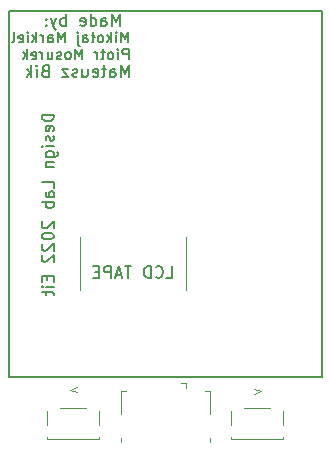
<source format=gbr>
%TF.GenerationSoftware,KiCad,Pcbnew,(6.0.9)*%
%TF.CreationDate,2023-01-20T21:16:28+01:00*%
%TF.ProjectId,AGH-CLK-01,4147482d-434c-44b2-9d30-312e6b696361,rev?*%
%TF.SameCoordinates,Original*%
%TF.FileFunction,Legend,Bot*%
%TF.FilePolarity,Positive*%
%FSLAX46Y46*%
G04 Gerber Fmt 4.6, Leading zero omitted, Abs format (unit mm)*
G04 Created by KiCad (PCBNEW (6.0.9)) date 2023-01-20 21:16:28*
%MOMM*%
%LPD*%
G01*
G04 APERTURE LIST*
%ADD10C,0.150000*%
%ADD11C,0.125000*%
%ADD12C,0.120000*%
G04 APERTURE END LIST*
D10*
X191140000Y-49199000D02*
X217640000Y-49199000D01*
X217640000Y-49199000D02*
X217640000Y-80199000D01*
X217640000Y-80199000D02*
X191140000Y-80199000D01*
X191140000Y-80199000D02*
X191140000Y-49199000D01*
D11*
X211904285Y-81138285D02*
X212475714Y-81352571D01*
X211904285Y-81566857D01*
D10*
X194942380Y-57946619D02*
X193942380Y-57946619D01*
X193942380Y-58184714D01*
X193990000Y-58327571D01*
X194085238Y-58422809D01*
X194180476Y-58470428D01*
X194370952Y-58518047D01*
X194513809Y-58518047D01*
X194704285Y-58470428D01*
X194799523Y-58422809D01*
X194894761Y-58327571D01*
X194942380Y-58184714D01*
X194942380Y-57946619D01*
X194894761Y-59327571D02*
X194942380Y-59232333D01*
X194942380Y-59041857D01*
X194894761Y-58946619D01*
X194799523Y-58899000D01*
X194418571Y-58899000D01*
X194323333Y-58946619D01*
X194275714Y-59041857D01*
X194275714Y-59232333D01*
X194323333Y-59327571D01*
X194418571Y-59375190D01*
X194513809Y-59375190D01*
X194609047Y-58899000D01*
X194894761Y-59756142D02*
X194942380Y-59851380D01*
X194942380Y-60041857D01*
X194894761Y-60137095D01*
X194799523Y-60184714D01*
X194751904Y-60184714D01*
X194656666Y-60137095D01*
X194609047Y-60041857D01*
X194609047Y-59899000D01*
X194561428Y-59803761D01*
X194466190Y-59756142D01*
X194418571Y-59756142D01*
X194323333Y-59803761D01*
X194275714Y-59899000D01*
X194275714Y-60041857D01*
X194323333Y-60137095D01*
X194942380Y-60613285D02*
X194275714Y-60613285D01*
X193942380Y-60613285D02*
X193990000Y-60565666D01*
X194037619Y-60613285D01*
X193990000Y-60660904D01*
X193942380Y-60613285D01*
X194037619Y-60613285D01*
X194275714Y-61518047D02*
X195085238Y-61518047D01*
X195180476Y-61470428D01*
X195228095Y-61422809D01*
X195275714Y-61327571D01*
X195275714Y-61184714D01*
X195228095Y-61089476D01*
X194894761Y-61518047D02*
X194942380Y-61422809D01*
X194942380Y-61232333D01*
X194894761Y-61137095D01*
X194847142Y-61089476D01*
X194751904Y-61041857D01*
X194466190Y-61041857D01*
X194370952Y-61089476D01*
X194323333Y-61137095D01*
X194275714Y-61232333D01*
X194275714Y-61422809D01*
X194323333Y-61518047D01*
X194275714Y-61994238D02*
X194942380Y-61994238D01*
X194370952Y-61994238D02*
X194323333Y-62041857D01*
X194275714Y-62137095D01*
X194275714Y-62279952D01*
X194323333Y-62375190D01*
X194418571Y-62422809D01*
X194942380Y-62422809D01*
X194942380Y-64137095D02*
X194942380Y-63660904D01*
X193942380Y-63660904D01*
X194942380Y-64899000D02*
X194418571Y-64899000D01*
X194323333Y-64851380D01*
X194275714Y-64756142D01*
X194275714Y-64565666D01*
X194323333Y-64470428D01*
X194894761Y-64899000D02*
X194942380Y-64803761D01*
X194942380Y-64565666D01*
X194894761Y-64470428D01*
X194799523Y-64422809D01*
X194704285Y-64422809D01*
X194609047Y-64470428D01*
X194561428Y-64565666D01*
X194561428Y-64803761D01*
X194513809Y-64899000D01*
X194942380Y-65375190D02*
X193942380Y-65375190D01*
X194323333Y-65375190D02*
X194275714Y-65470428D01*
X194275714Y-65660904D01*
X194323333Y-65756142D01*
X194370952Y-65803761D01*
X194466190Y-65851380D01*
X194751904Y-65851380D01*
X194847142Y-65803761D01*
X194894761Y-65756142D01*
X194942380Y-65660904D01*
X194942380Y-65470428D01*
X194894761Y-65375190D01*
X194037619Y-66994238D02*
X193990000Y-67041857D01*
X193942380Y-67137095D01*
X193942380Y-67375190D01*
X193990000Y-67470428D01*
X194037619Y-67518047D01*
X194132857Y-67565666D01*
X194228095Y-67565666D01*
X194370952Y-67518047D01*
X194942380Y-66946619D01*
X194942380Y-67565666D01*
X193942380Y-68184714D02*
X193942380Y-68279952D01*
X193990000Y-68375190D01*
X194037619Y-68422809D01*
X194132857Y-68470428D01*
X194323333Y-68518047D01*
X194561428Y-68518047D01*
X194751904Y-68470428D01*
X194847142Y-68422809D01*
X194894761Y-68375190D01*
X194942380Y-68279952D01*
X194942380Y-68184714D01*
X194894761Y-68089476D01*
X194847142Y-68041857D01*
X194751904Y-67994238D01*
X194561428Y-67946619D01*
X194323333Y-67946619D01*
X194132857Y-67994238D01*
X194037619Y-68041857D01*
X193990000Y-68089476D01*
X193942380Y-68184714D01*
X194037619Y-68899000D02*
X193990000Y-68946619D01*
X193942380Y-69041857D01*
X193942380Y-69279952D01*
X193990000Y-69375190D01*
X194037619Y-69422809D01*
X194132857Y-69470428D01*
X194228095Y-69470428D01*
X194370952Y-69422809D01*
X194942380Y-68851380D01*
X194942380Y-69470428D01*
X194037619Y-69851380D02*
X193990000Y-69899000D01*
X193942380Y-69994238D01*
X193942380Y-70232333D01*
X193990000Y-70327571D01*
X194037619Y-70375190D01*
X194132857Y-70422809D01*
X194228095Y-70422809D01*
X194370952Y-70375190D01*
X194942380Y-69803761D01*
X194942380Y-70422809D01*
X194418571Y-71613285D02*
X194418571Y-71946619D01*
X194942380Y-72089476D02*
X194942380Y-71613285D01*
X193942380Y-71613285D01*
X193942380Y-72089476D01*
X194942380Y-72518047D02*
X194275714Y-72518047D01*
X193942380Y-72518047D02*
X193990000Y-72470428D01*
X194037619Y-72518047D01*
X193990000Y-72565666D01*
X193942380Y-72518047D01*
X194037619Y-72518047D01*
X194275714Y-72851380D02*
X194275714Y-73232333D01*
X193942380Y-72994238D02*
X194799523Y-72994238D01*
X194894761Y-73041857D01*
X194942380Y-73137095D01*
X194942380Y-73232333D01*
X200544047Y-50427380D02*
X200544047Y-49427380D01*
X200210714Y-50141666D01*
X199877380Y-49427380D01*
X199877380Y-50427380D01*
X198972619Y-50427380D02*
X198972619Y-49903571D01*
X199020238Y-49808333D01*
X199115476Y-49760714D01*
X199305952Y-49760714D01*
X199401190Y-49808333D01*
X198972619Y-50379761D02*
X199067857Y-50427380D01*
X199305952Y-50427380D01*
X199401190Y-50379761D01*
X199448809Y-50284523D01*
X199448809Y-50189285D01*
X199401190Y-50094047D01*
X199305952Y-50046428D01*
X199067857Y-50046428D01*
X198972619Y-49998809D01*
X198067857Y-50427380D02*
X198067857Y-49427380D01*
X198067857Y-50379761D02*
X198163095Y-50427380D01*
X198353571Y-50427380D01*
X198448809Y-50379761D01*
X198496428Y-50332142D01*
X198544047Y-50236904D01*
X198544047Y-49951190D01*
X198496428Y-49855952D01*
X198448809Y-49808333D01*
X198353571Y-49760714D01*
X198163095Y-49760714D01*
X198067857Y-49808333D01*
X197210714Y-50379761D02*
X197305952Y-50427380D01*
X197496428Y-50427380D01*
X197591666Y-50379761D01*
X197639285Y-50284523D01*
X197639285Y-49903571D01*
X197591666Y-49808333D01*
X197496428Y-49760714D01*
X197305952Y-49760714D01*
X197210714Y-49808333D01*
X197163095Y-49903571D01*
X197163095Y-49998809D01*
X197639285Y-50094047D01*
X195972619Y-50427380D02*
X195972619Y-49427380D01*
X195972619Y-49808333D02*
X195877380Y-49760714D01*
X195686904Y-49760714D01*
X195591666Y-49808333D01*
X195544047Y-49855952D01*
X195496428Y-49951190D01*
X195496428Y-50236904D01*
X195544047Y-50332142D01*
X195591666Y-50379761D01*
X195686904Y-50427380D01*
X195877380Y-50427380D01*
X195972619Y-50379761D01*
X195163095Y-49760714D02*
X194925000Y-50427380D01*
X194686904Y-49760714D02*
X194925000Y-50427380D01*
X195020238Y-50665476D01*
X195067857Y-50713095D01*
X195163095Y-50760714D01*
X194305952Y-50332142D02*
X194258333Y-50379761D01*
X194305952Y-50427380D01*
X194353571Y-50379761D01*
X194305952Y-50332142D01*
X194305952Y-50427380D01*
X194305952Y-49808333D02*
X194258333Y-49855952D01*
X194305952Y-49903571D01*
X194353571Y-49855952D01*
X194305952Y-49808333D01*
X194305952Y-49903571D01*
D11*
X196875714Y-81459714D02*
X196304285Y-81245428D01*
X196875714Y-81031142D01*
D10*
X201285714Y-54752378D02*
X201285714Y-53752378D01*
X200952380Y-54466664D01*
X200619047Y-53752378D01*
X200619047Y-54752378D01*
X199714285Y-54752378D02*
X199714285Y-54228569D01*
X199761904Y-54133331D01*
X199857142Y-54085712D01*
X200047619Y-54085712D01*
X200142857Y-54133331D01*
X199714285Y-54704759D02*
X199809523Y-54752378D01*
X200047619Y-54752378D01*
X200142857Y-54704759D01*
X200190476Y-54609521D01*
X200190476Y-54514283D01*
X200142857Y-54419045D01*
X200047619Y-54371426D01*
X199809523Y-54371426D01*
X199714285Y-54323807D01*
X199380952Y-54085712D02*
X199000000Y-54085712D01*
X199238095Y-53752378D02*
X199238095Y-54609521D01*
X199190476Y-54704759D01*
X199095238Y-54752378D01*
X199000000Y-54752378D01*
X198285714Y-54704759D02*
X198380952Y-54752378D01*
X198571428Y-54752378D01*
X198666666Y-54704759D01*
X198714285Y-54609521D01*
X198714285Y-54228569D01*
X198666666Y-54133331D01*
X198571428Y-54085712D01*
X198380952Y-54085712D01*
X198285714Y-54133331D01*
X198238095Y-54228569D01*
X198238095Y-54323807D01*
X198714285Y-54419045D01*
X197380952Y-54085712D02*
X197380952Y-54752378D01*
X197809523Y-54085712D02*
X197809523Y-54609521D01*
X197761904Y-54704759D01*
X197666666Y-54752378D01*
X197523809Y-54752378D01*
X197428571Y-54704759D01*
X197380952Y-54657140D01*
X196952380Y-54704759D02*
X196857142Y-54752378D01*
X196666666Y-54752378D01*
X196571428Y-54704759D01*
X196523809Y-54609521D01*
X196523809Y-54561902D01*
X196571428Y-54466664D01*
X196666666Y-54419045D01*
X196809523Y-54419045D01*
X196904761Y-54371426D01*
X196952380Y-54276188D01*
X196952380Y-54228569D01*
X196904761Y-54133331D01*
X196809523Y-54085712D01*
X196666666Y-54085712D01*
X196571428Y-54133331D01*
X196190476Y-54085712D02*
X195666666Y-54085712D01*
X196190476Y-54752378D01*
X195666666Y-54752378D01*
X194190476Y-54228569D02*
X194047619Y-54276188D01*
X194000000Y-54323807D01*
X193952380Y-54419045D01*
X193952380Y-54561902D01*
X194000000Y-54657140D01*
X194047619Y-54704759D01*
X194142857Y-54752378D01*
X194523809Y-54752378D01*
X194523809Y-53752378D01*
X194190476Y-53752378D01*
X194095238Y-53799998D01*
X194047619Y-53847617D01*
X194000000Y-53942855D01*
X194000000Y-54038093D01*
X194047619Y-54133331D01*
X194095238Y-54180950D01*
X194190476Y-54228569D01*
X194523809Y-54228569D01*
X193523809Y-54752378D02*
X193523809Y-54085712D01*
X193523809Y-53752378D02*
X193571428Y-53799998D01*
X193523809Y-53847617D01*
X193476190Y-53799998D01*
X193523809Y-53752378D01*
X193523809Y-53847617D01*
X193047619Y-54752378D02*
X193047619Y-53752378D01*
X192952380Y-54371426D02*
X192666666Y-54752378D01*
X192666666Y-54085712D02*
X193047619Y-54466664D01*
X201282142Y-53265474D02*
X201282142Y-52365474D01*
X200939285Y-52365474D01*
X200853571Y-52408332D01*
X200810714Y-52451189D01*
X200767857Y-52536903D01*
X200767857Y-52665474D01*
X200810714Y-52751189D01*
X200853571Y-52794046D01*
X200939285Y-52836903D01*
X201282142Y-52836903D01*
X200382142Y-53265474D02*
X200382142Y-52665474D01*
X200382142Y-52365474D02*
X200425000Y-52408332D01*
X200382142Y-52451189D01*
X200339285Y-52408332D01*
X200382142Y-52365474D01*
X200382142Y-52451189D01*
X199825000Y-53265474D02*
X199910714Y-53222617D01*
X199953571Y-53179760D01*
X199996428Y-53094046D01*
X199996428Y-52836903D01*
X199953571Y-52751189D01*
X199910714Y-52708332D01*
X199825000Y-52665474D01*
X199696428Y-52665474D01*
X199610714Y-52708332D01*
X199567857Y-52751189D01*
X199525000Y-52836903D01*
X199525000Y-53094046D01*
X199567857Y-53179760D01*
X199610714Y-53222617D01*
X199696428Y-53265474D01*
X199825000Y-53265474D01*
X199267857Y-52665474D02*
X198925000Y-52665474D01*
X199139285Y-52365474D02*
X199139285Y-53136903D01*
X199096428Y-53222617D01*
X199010714Y-53265474D01*
X198925000Y-53265474D01*
X198625000Y-53265474D02*
X198625000Y-52665474D01*
X198625000Y-52836903D02*
X198582142Y-52751189D01*
X198539285Y-52708332D01*
X198453571Y-52665474D01*
X198367857Y-52665474D01*
X197382142Y-53265474D02*
X197382142Y-52365474D01*
X197082142Y-53008332D01*
X196782142Y-52365474D01*
X196782142Y-53265474D01*
X196225000Y-53265474D02*
X196310714Y-53222617D01*
X196353571Y-53179760D01*
X196396428Y-53094046D01*
X196396428Y-52836903D01*
X196353571Y-52751189D01*
X196310714Y-52708332D01*
X196225000Y-52665474D01*
X196096428Y-52665474D01*
X196010714Y-52708332D01*
X195967857Y-52751189D01*
X195925000Y-52836903D01*
X195925000Y-53094046D01*
X195967857Y-53179760D01*
X196010714Y-53222617D01*
X196096428Y-53265474D01*
X196225000Y-53265474D01*
X195582142Y-53222617D02*
X195496428Y-53265474D01*
X195325000Y-53265474D01*
X195239285Y-53222617D01*
X195196428Y-53136903D01*
X195196428Y-53094046D01*
X195239285Y-53008332D01*
X195325000Y-52965474D01*
X195453571Y-52965474D01*
X195539285Y-52922617D01*
X195582142Y-52836903D01*
X195582142Y-52794046D01*
X195539285Y-52708332D01*
X195453571Y-52665474D01*
X195325000Y-52665474D01*
X195239285Y-52708332D01*
X194425000Y-52665474D02*
X194425000Y-53265474D01*
X194810714Y-52665474D02*
X194810714Y-53136903D01*
X194767857Y-53222617D01*
X194682142Y-53265474D01*
X194553571Y-53265474D01*
X194467857Y-53222617D01*
X194425000Y-53179760D01*
X193996428Y-53265474D02*
X193996428Y-52665474D01*
X193996428Y-52836903D02*
X193953571Y-52751189D01*
X193910714Y-52708332D01*
X193825000Y-52665474D01*
X193739285Y-52665474D01*
X193096428Y-53222617D02*
X193182142Y-53265474D01*
X193353571Y-53265474D01*
X193439285Y-53222617D01*
X193482142Y-53136903D01*
X193482142Y-52794046D01*
X193439285Y-52708332D01*
X193353571Y-52665474D01*
X193182142Y-52665474D01*
X193096428Y-52708332D01*
X193053571Y-52794046D01*
X193053571Y-52879760D01*
X193482142Y-52965474D01*
X192667857Y-53265474D02*
X192667857Y-52365474D01*
X192582142Y-52922617D02*
X192325000Y-53265474D01*
X192325000Y-52665474D02*
X192667857Y-53008332D01*
X201275714Y-51823808D02*
X201275714Y-50923808D01*
X200975714Y-51566666D01*
X200675714Y-50923808D01*
X200675714Y-51823808D01*
X200247142Y-51823808D02*
X200247142Y-51223808D01*
X200247142Y-50923808D02*
X200290000Y-50966666D01*
X200247142Y-51009523D01*
X200204285Y-50966666D01*
X200247142Y-50923808D01*
X200247142Y-51009523D01*
X199818571Y-51823808D02*
X199818571Y-50923808D01*
X199732857Y-51480951D02*
X199475714Y-51823808D01*
X199475714Y-51223808D02*
X199818571Y-51566666D01*
X198961428Y-51823808D02*
X199047142Y-51780951D01*
X199090000Y-51738094D01*
X199132857Y-51652380D01*
X199132857Y-51395237D01*
X199090000Y-51309523D01*
X199047142Y-51266666D01*
X198961428Y-51223808D01*
X198832857Y-51223808D01*
X198747142Y-51266666D01*
X198704285Y-51309523D01*
X198661428Y-51395237D01*
X198661428Y-51652380D01*
X198704285Y-51738094D01*
X198747142Y-51780951D01*
X198832857Y-51823808D01*
X198961428Y-51823808D01*
X198147142Y-51823808D02*
X198232857Y-51780951D01*
X198275714Y-51695237D01*
X198275714Y-50923808D01*
X198404285Y-51395237D02*
X198147142Y-51223808D01*
X197418571Y-51823808D02*
X197418571Y-51352380D01*
X197461428Y-51266666D01*
X197547142Y-51223808D01*
X197718571Y-51223808D01*
X197804285Y-51266666D01*
X197418571Y-51780951D02*
X197504285Y-51823808D01*
X197718571Y-51823808D01*
X197804285Y-51780951D01*
X197847142Y-51695237D01*
X197847142Y-51609523D01*
X197804285Y-51523808D01*
X197718571Y-51480951D01*
X197504285Y-51480951D01*
X197418571Y-51438094D01*
X196990000Y-51223808D02*
X196990000Y-51995237D01*
X197032857Y-52080951D01*
X197118571Y-52123808D01*
X197161428Y-52123808D01*
X196990000Y-50923808D02*
X197032857Y-50966666D01*
X196990000Y-51009523D01*
X196947142Y-50966666D01*
X196990000Y-50923808D01*
X196990000Y-51009523D01*
X195875714Y-51823808D02*
X195875714Y-50923808D01*
X195575714Y-51566666D01*
X195275714Y-50923808D01*
X195275714Y-51823808D01*
X194461428Y-51823808D02*
X194461428Y-51352380D01*
X194504285Y-51266666D01*
X194590000Y-51223808D01*
X194761428Y-51223808D01*
X194847142Y-51266666D01*
X194461428Y-51780951D02*
X194547142Y-51823808D01*
X194761428Y-51823808D01*
X194847142Y-51780951D01*
X194890000Y-51695237D01*
X194890000Y-51609523D01*
X194847142Y-51523808D01*
X194761428Y-51480951D01*
X194547142Y-51480951D01*
X194461428Y-51438094D01*
X194032857Y-51823808D02*
X194032857Y-51223808D01*
X194032857Y-51395237D02*
X193990000Y-51309523D01*
X193947142Y-51266666D01*
X193861428Y-51223808D01*
X193775714Y-51223808D01*
X193475714Y-51823808D02*
X193475714Y-50923808D01*
X193390000Y-51480951D02*
X193132857Y-51823808D01*
X193132857Y-51223808D02*
X193475714Y-51566666D01*
X192747142Y-51823808D02*
X192747142Y-51223808D01*
X192747142Y-50923808D02*
X192790000Y-50966666D01*
X192747142Y-51009523D01*
X192704285Y-50966666D01*
X192747142Y-50923808D01*
X192747142Y-51009523D01*
X191975714Y-51780951D02*
X192061428Y-51823808D01*
X192232857Y-51823808D01*
X192318571Y-51780951D01*
X192361428Y-51695237D01*
X192361428Y-51352380D01*
X192318571Y-51266666D01*
X192232857Y-51223808D01*
X192061428Y-51223808D01*
X191975714Y-51266666D01*
X191932857Y-51352380D01*
X191932857Y-51438094D01*
X192361428Y-51523808D01*
X191418571Y-51823808D02*
X191504285Y-51780951D01*
X191547142Y-51695237D01*
X191547142Y-50923808D01*
%TO.C,J4*%
X204483333Y-71777380D02*
X204959523Y-71777380D01*
X204959523Y-70777380D01*
X203578571Y-71682142D02*
X203626190Y-71729761D01*
X203769047Y-71777380D01*
X203864285Y-71777380D01*
X204007142Y-71729761D01*
X204102380Y-71634523D01*
X204150000Y-71539285D01*
X204197619Y-71348809D01*
X204197619Y-71205952D01*
X204150000Y-71015476D01*
X204102380Y-70920238D01*
X204007142Y-70825000D01*
X203864285Y-70777380D01*
X203769047Y-70777380D01*
X203626190Y-70825000D01*
X203578571Y-70872619D01*
X203150000Y-71777380D02*
X203150000Y-70777380D01*
X202911904Y-70777380D01*
X202769047Y-70825000D01*
X202673809Y-70920238D01*
X202626190Y-71015476D01*
X202578571Y-71205952D01*
X202578571Y-71348809D01*
X202626190Y-71539285D01*
X202673809Y-71634523D01*
X202769047Y-71729761D01*
X202911904Y-71777380D01*
X203150000Y-71777380D01*
X201530952Y-70777380D02*
X200959523Y-70777380D01*
X201245238Y-71777380D02*
X201245238Y-70777380D01*
X200673809Y-71491666D02*
X200197619Y-71491666D01*
X200769047Y-71777380D02*
X200435714Y-70777380D01*
X200102380Y-71777380D01*
X199769047Y-71777380D02*
X199769047Y-70777380D01*
X199388095Y-70777380D01*
X199292857Y-70825000D01*
X199245238Y-70872619D01*
X199197619Y-70967857D01*
X199197619Y-71110714D01*
X199245238Y-71205952D01*
X199292857Y-71253571D01*
X199388095Y-71301190D01*
X199769047Y-71301190D01*
X198769047Y-71253571D02*
X198435714Y-71253571D01*
X198292857Y-71777380D02*
X198769047Y-71777380D01*
X198769047Y-70777380D01*
X198292857Y-70777380D01*
D12*
%TO.C,J2*%
X200630000Y-81354000D02*
X201050000Y-81354000D01*
X205700000Y-80674000D02*
X206150000Y-80674000D01*
X200630000Y-83334000D02*
X200630000Y-81354000D01*
X206150000Y-81124000D02*
X206150000Y-80674000D01*
X208150000Y-85704000D02*
X208150000Y-85304000D01*
X200630000Y-85304000D02*
X200630000Y-85704000D01*
X208150000Y-83334000D02*
X208150000Y-81354000D01*
X208150000Y-81354000D02*
X207730000Y-81354000D01*
%TO.C,J4*%
X206140000Y-68269000D02*
X206140000Y-72769000D01*
X197140000Y-68269000D02*
X197140000Y-72769000D01*
%TO.C,SW2*%
X198790000Y-84199000D02*
X198790000Y-82999000D01*
X198790000Y-85399000D02*
X198790000Y-85199000D01*
X194390000Y-84199000D02*
X194390000Y-82999000D01*
X195490000Y-82799000D02*
X197690000Y-82799000D01*
X194390000Y-85249000D02*
X194390000Y-85399000D01*
X194390000Y-85399000D02*
X198790000Y-85399000D01*
%TO.C,SW1*%
X214390000Y-84199000D02*
X214390000Y-82999000D01*
X209990000Y-84199000D02*
X209990000Y-82999000D01*
X209990000Y-85249000D02*
X209990000Y-85399000D01*
X209990000Y-85399000D02*
X214390000Y-85399000D01*
X214390000Y-85399000D02*
X214390000Y-85199000D01*
X211090000Y-82799000D02*
X213290000Y-82799000D01*
%TD*%
M02*

</source>
